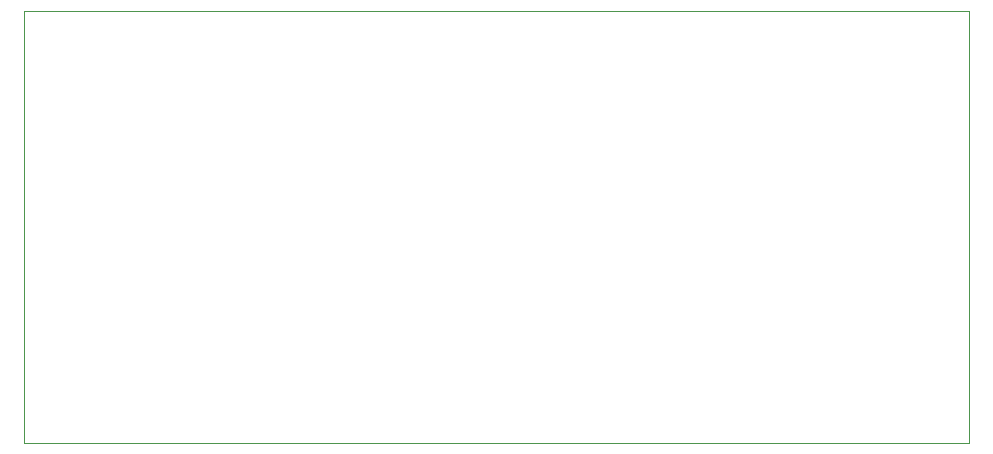
<source format=gbr>
%TF.GenerationSoftware,KiCad,Pcbnew,9.0.2*%
%TF.CreationDate,2025-06-16T13:38:08+02:00*%
%TF.ProjectId,wli,776c692e-6b69-4636-9164-5f7063625858,rev?*%
%TF.SameCoordinates,Original*%
%TF.FileFunction,Profile,NP*%
%FSLAX46Y46*%
G04 Gerber Fmt 4.6, Leading zero omitted, Abs format (unit mm)*
G04 Created by KiCad (PCBNEW 9.0.2) date 2025-06-16 13:38:08*
%MOMM*%
%LPD*%
G01*
G04 APERTURE LIST*
%TA.AperFunction,Profile*%
%ADD10C,0.050000*%
%TD*%
G04 APERTURE END LIST*
D10*
X113200000Y-91600000D02*
X193200000Y-91600000D01*
X193200000Y-128200000D01*
X113200000Y-128200000D01*
X113200000Y-91600000D01*
M02*

</source>
